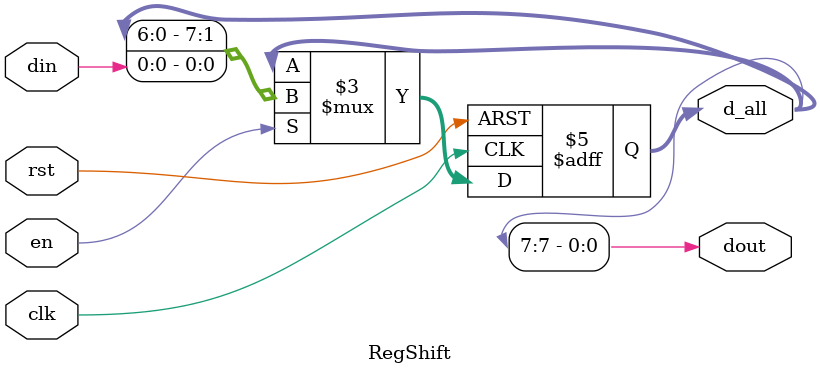
<source format=v>
module RegShift #(
	parameter N = 8,    // 延迟时钟个数 值域 正整数 
	parameter W = 1,    // 位宽 值域 正整数
	parameter DIR = 0   // 移动方向 值域 {0,1} 0 << 1>>
)(
	input  wire clk,
	input  wire rst,
	input  wire en,
	input  wire [W-1:0] din,
	output reg  [W*N-1:0] d_all = {W*N{1'b0}},
	output wire [W-1:0] dout
);

generate
	if (DIR == 0) begin
		
		always @(posedge clk or posedge rst) begin
			if (rst)
				d_all <= {W*N{1'b0}};
			else if (en)
				d_all <= {d_all[0 +: W*(N-1)],din};
		end
		
		assign dout = d_all[(W*N-1) -: W];

	end
	else begin
		
		always @(posedge clk or posedge rst) begin
			if (rst)
				d_all <= {W*N{1'b0}};
			else if (en)
				d_all <= {din,d_all[(W*N-1) -: (W*(N-1))]};
		end

		assign dout = d_all[0 +: W];

	end

endgenerate

endmodule

</source>
